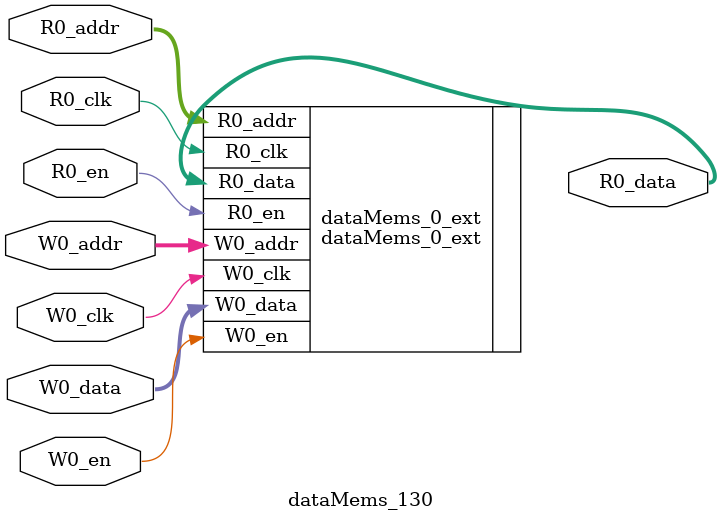
<source format=sv>
`ifndef RANDOMIZE
  `ifdef RANDOMIZE_REG_INIT
    `define RANDOMIZE
  `endif // RANDOMIZE_REG_INIT
`endif // not def RANDOMIZE
`ifndef RANDOMIZE
  `ifdef RANDOMIZE_MEM_INIT
    `define RANDOMIZE
  `endif // RANDOMIZE_MEM_INIT
`endif // not def RANDOMIZE

`ifndef RANDOM
  `define RANDOM $random
`endif // not def RANDOM

// Users can define 'PRINTF_COND' to add an extra gate to prints.
`ifndef PRINTF_COND_
  `ifdef PRINTF_COND
    `define PRINTF_COND_ (`PRINTF_COND)
  `else  // PRINTF_COND
    `define PRINTF_COND_ 1
  `endif // PRINTF_COND
`endif // not def PRINTF_COND_

// Users can define 'ASSERT_VERBOSE_COND' to add an extra gate to assert error printing.
`ifndef ASSERT_VERBOSE_COND_
  `ifdef ASSERT_VERBOSE_COND
    `define ASSERT_VERBOSE_COND_ (`ASSERT_VERBOSE_COND)
  `else  // ASSERT_VERBOSE_COND
    `define ASSERT_VERBOSE_COND_ 1
  `endif // ASSERT_VERBOSE_COND
`endif // not def ASSERT_VERBOSE_COND_

// Users can define 'STOP_COND' to add an extra gate to stop conditions.
`ifndef STOP_COND_
  `ifdef STOP_COND
    `define STOP_COND_ (`STOP_COND)
  `else  // STOP_COND
    `define STOP_COND_ 1
  `endif // STOP_COND
`endif // not def STOP_COND_

// Users can define INIT_RANDOM as general code that gets injected into the
// initializer block for modules with registers.
`ifndef INIT_RANDOM
  `define INIT_RANDOM
`endif // not def INIT_RANDOM

// If using random initialization, you can also define RANDOMIZE_DELAY to
// customize the delay used, otherwise 0.002 is used.
`ifndef RANDOMIZE_DELAY
  `define RANDOMIZE_DELAY 0.002
`endif // not def RANDOMIZE_DELAY

// Define INIT_RANDOM_PROLOG_ for use in our modules below.
`ifndef INIT_RANDOM_PROLOG_
  `ifdef RANDOMIZE
    `ifdef VERILATOR
      `define INIT_RANDOM_PROLOG_ `INIT_RANDOM
    `else  // VERILATOR
      `define INIT_RANDOM_PROLOG_ `INIT_RANDOM #`RANDOMIZE_DELAY begin end
    `endif // VERILATOR
  `else  // RANDOMIZE
    `define INIT_RANDOM_PROLOG_
  `endif // RANDOMIZE
`endif // not def INIT_RANDOM_PROLOG_

// Include register initializers in init blocks unless synthesis is set
`ifndef SYNTHESIS
  `ifndef ENABLE_INITIAL_REG_
    `define ENABLE_INITIAL_REG_
  `endif // not def ENABLE_INITIAL_REG_
`endif // not def SYNTHESIS

// Include rmemory initializers in init blocks unless synthesis is set
`ifndef SYNTHESIS
  `ifndef ENABLE_INITIAL_MEM_
    `define ENABLE_INITIAL_MEM_
  `endif // not def ENABLE_INITIAL_MEM_
`endif // not def SYNTHESIS

module dataMems_130(	// @[generators/ara/src/main/scala/UnsafeAXI4ToTL.scala:365:62]
  input  [4:0]   R0_addr,
  input          R0_en,
  input          R0_clk,
  output [130:0] R0_data,
  input  [4:0]   W0_addr,
  input          W0_en,
  input          W0_clk,
  input  [130:0] W0_data
);

  dataMems_0_ext dataMems_0_ext (	// @[generators/ara/src/main/scala/UnsafeAXI4ToTL.scala:365:62]
    .R0_addr (R0_addr),
    .R0_en   (R0_en),
    .R0_clk  (R0_clk),
    .R0_data (R0_data),
    .W0_addr (W0_addr),
    .W0_en   (W0_en),
    .W0_clk  (W0_clk),
    .W0_data (W0_data)
  );
endmodule


</source>
